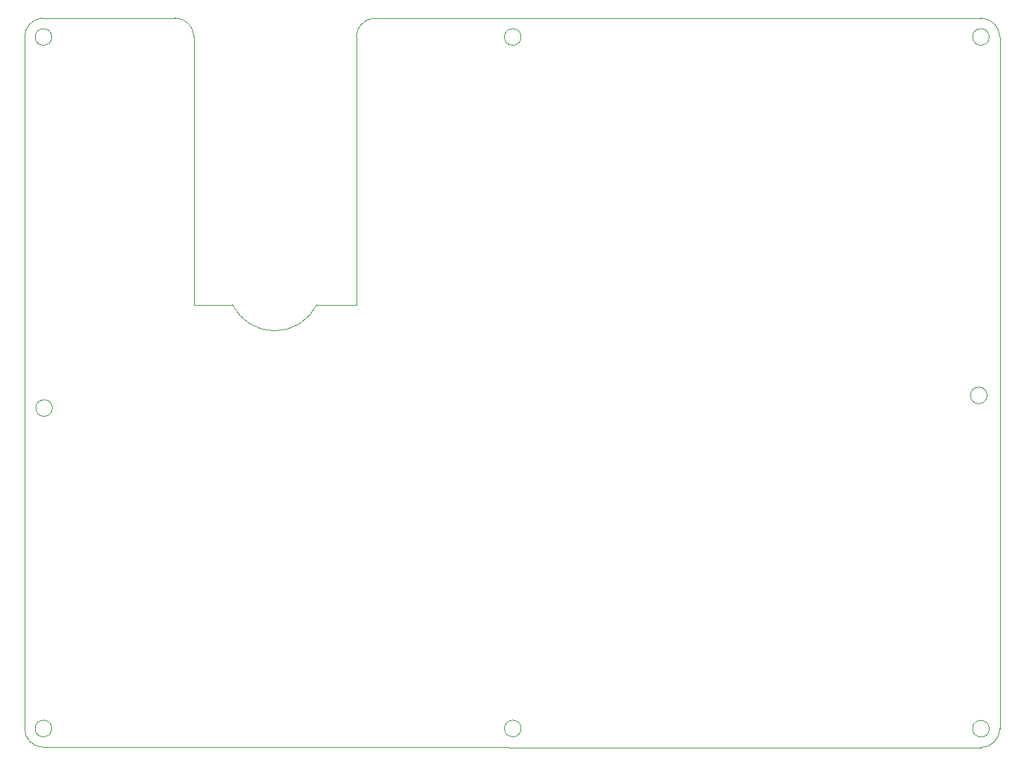
<source format=gbr>
G04 #@! TF.GenerationSoftware,KiCad,Pcbnew,(5.1.8-0-10_14)*
G04 #@! TF.CreationDate,2021-01-26T12:03:29-06:00*
G04 #@! TF.ProjectId,halfboard-bottom,68616c66-626f-4617-9264-2d626f74746f,rev?*
G04 #@! TF.SameCoordinates,Original*
G04 #@! TF.FileFunction,Profile,NP*
%FSLAX46Y46*%
G04 Gerber Fmt 4.6, Leading zero omitted, Abs format (unit mm)*
G04 Created by KiCad (PCBNEW (5.1.8-0-10_14)) date 2021-01-26 12:03:29*
%MOMM*%
%LPD*%
G01*
G04 APERTURE LIST*
G04 #@! TA.AperFunction,Profile*
%ADD10C,0.050000*%
G04 #@! TD*
G04 APERTURE END LIST*
D10*
X64262000Y-83820000D02*
X68897500Y-83820000D01*
X79057500Y-83820000D02*
G75*
G02*
X68897500Y-83820000I-5080000J2540000D01*
G01*
X103650000Y-51562000D02*
G75*
G03*
X103650000Y-51562000I-1000000J0D01*
G01*
X83819999Y-51565161D02*
G75*
G02*
X85852043Y-49290110I2286043J3161D01*
G01*
X158990020Y-49290110D02*
X85852043Y-49290110D01*
X61976000Y-49276000D02*
G75*
G02*
X64263794Y-51547878I15861J-2271878D01*
G01*
X83820000Y-83820000D02*
X83820000Y-51565161D01*
X79057500Y-83820000D02*
X83820000Y-83820000D01*
X64263794Y-51547878D02*
X64263794Y-83805878D01*
X159750000Y-94742000D02*
G75*
G03*
X159750000Y-94742000I-1000000J0D01*
G01*
X46167795Y-137143910D02*
X158992054Y-137168666D01*
X161277967Y-134896777D02*
X161275933Y-51561999D01*
X61976000Y-49290122D02*
X45926068Y-49276002D01*
X43880000Y-51562001D02*
X43880000Y-134872033D01*
X43880000Y-51562001D02*
G75*
G02*
X45926068Y-49276002I2300067J0D01*
G01*
X158990020Y-49290110D02*
G75*
G02*
X161275933Y-51561999I13980J-2271890D01*
G01*
X158992054Y-137168666D02*
G75*
G03*
X161277967Y-134896777I13980J2271890D01*
G01*
X46167795Y-137143910D02*
G75*
G02*
X43880000Y-134872033I-15862J2271878D01*
G01*
X160004000Y-51562000D02*
G75*
G03*
X160004000Y-51562000I-1000000J0D01*
G01*
X47151933Y-51562001D02*
G75*
G03*
X47151933Y-51562001I-1000000J0D01*
G01*
X47228000Y-96266000D02*
G75*
G03*
X47228000Y-96266000I-1000000J0D01*
G01*
X103651426Y-134872032D02*
G75*
G03*
X103651426Y-134872032I-1000000J0D01*
G01*
X160004000Y-134896776D02*
G75*
G03*
X160004000Y-134896776I-1000000J0D01*
G01*
X47151933Y-134872032D02*
G75*
G03*
X47151933Y-134872032I-1000000J0D01*
G01*
M02*

</source>
